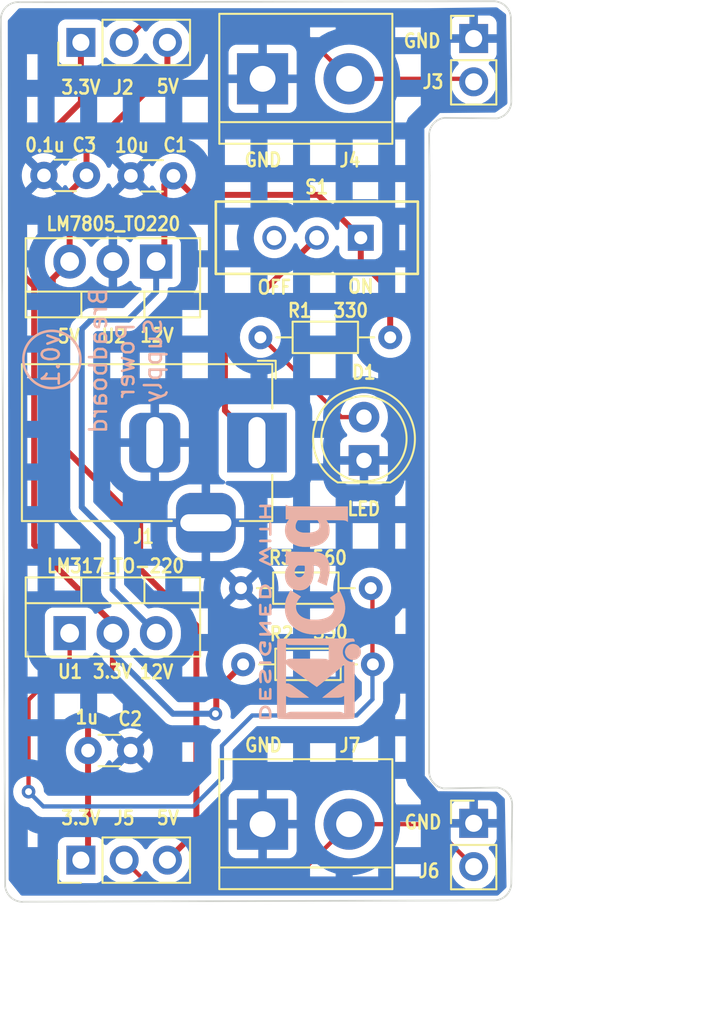
<source format=kicad_pcb>
(kicad_pcb (version 20221018) (generator pcbnew)
  (layers (0 "F.Cu" signal) (31 "B.Cu" signal) (34 "B.Paste" user) (35 "F.Paste" user) (36 "B.SilkS" user "B.Silkscreen") (37 "F.SilkS" user "F.Silkscreen") (38 "B.Mask" user) (39 "F.Mask" user) (44 "Edge.Cuts" user))
  (net 0 "")
  (net 1 "/12V")
  (net 2 "GND")
  (net 3 "/3.3V")
  (net 4 "/5V")
  (net 5 "Net-(D1-A)")
  (net 6 "/PWR_input")
  (net 7 "/PWR_OUT_TOP")
  (net 8 "Net-(U1-ADJ)")
  (net 10 "/PWR_OUT_BOT")
  (footprint "Package_TO_SOT_THT:TO-220-3_Vertical" (layer "F.Cu") (at 105.6386 84.0994 180)
    (fp_text reference "U2" (at 2.4892 -4.3688) (layer "F.SilkS") (effects (font (size 0.8 0.7))))
    (fp_text value "LM7805_TO220" (at 2.5146 2.2098) (layer "F.SilkS") (effects (font (size 0.8 0.7))))
    (pad "1" thru_hole rect (at 0 0 180) (size 1.905 2) (drill 1.1) (layers "*.Cu" "*.Mask") (net 1 "/12V"))
    (pad "2" thru_hole oval (at 2.54 0 180) (size 1.905 2) (drill 1.1) (layers "*.Cu" "*.Mask") (net 2 "GND"))
    (pad "3" thru_hole oval (at 5.08 0 180) (size 1.905 2) (drill 1.1) (layers "*.Cu" "*.Mask") (net 4 "/5V"))
  )
  (footprint "LED_THT:LED_D5.0mm" (layer "F.Cu") (at 117.842 95.763 90)
    (fp_text reference "D1" (at 5.1612 -0.0114 180) (layer "F.SilkS") (effects (font (size 0.8 0.7))))
    (fp_text value "LED" (at -2.8398 -0.0114 180) (layer "F.SilkS") (effects (font (size 0.8 0.7))))
    (pad "1" thru_hole rect (at 0 0 90) (size 1.8 1.8) (drill 0.9) (layers "*.Cu" "*.Mask") (net 2 "GND"))
    (pad "2" thru_hole circle (at 2.54 0 90) (size 1.8 1.8) (drill 0.9) (layers "*.Cu" "*.Mask") (net 5 "Net-(D1-A)"))
  )
  (footprint "Capacitor_THT:C_Disc_D3.0mm_W1.6mm_P2.50mm" (layer "F.Cu") (at 106.6546 79.0702 180)
    (fp_text reference "C1" (at -0.1016 1.8034) (layer "F.SilkS") (effects (font (size 0.8 0.7))))
    (fp_text value "10u" (at 2.4384 1.778) (layer "F.SilkS") (effects (font (size 0.8 0.7))))
    (pad "1" thru_hole circle (at 0 0 180) (size 1.6 1.6) (drill 0.8) (layers "*.Cu" "*.Mask") (net 1 "/12V"))
    (pad "2" thru_hole circle (at 2.5 0 180) (size 1.6 1.6) (drill 0.8) (layers "*.Cu" "*.Mask") (net 2 "GND"))
  )
  (footprint "Connector_PinHeader_2.54mm:PinHeader_1x02_P2.54mm_Vertical" (layer "F.Cu") (at 124.2822 71.0184)
    (fp_text reference "J3" (at -2.3876 2.54) (layer "F.SilkS") (effects (font (size 0.8 0.7))))
    (fp_text value "Conn_01x02_Pin" hide)
    (pad "1" thru_hole rect (at 0 0) (size 1.7 1.7) (drill 1) (layers "*.Cu" "*.Mask") (net 2 "GND"))
    (pad "2" thru_hole oval (at 0 2.54) (size 1.7 1.7) (drill 1) (layers "*.Cu" "*.Mask") (net 7 "/PWR_OUT_TOP"))
  )
  (footprint "Connector_PinHeader_2.54mm:PinHeader_1x03_P2.54mm_Vertical" (layer "F.Cu") (at 101.219 119.2022 90)
    (fp_text reference "J5" (at 2.4638 2.54 180) (layer "F.SilkS") (effects (font (size 0.8 0.7))))
    (fp_text value "Conn_01x03_Pin" hide)
    (pad "1" thru_hole rect (at 0 0 90) (size 1.7 1.7) (drill 1) (layers "*.Cu" "*.Mask") (net 3 "/3.3V"))
    (pad "2" thru_hole oval (at 0 2.54 90) (size 1.7 1.7) (drill 1) (layers "*.Cu" "*.Mask") (net 10 "/PWR_OUT_BOT"))
    (pad "3" thru_hole oval (at 0 5.08 90) (size 1.7 1.7) (drill 1) (layers "*.Cu" "*.Mask") (net 4 "/5V"))
  )
  (footprint "Capacitor_THT:C_Disc_D3.0mm_W1.6mm_P2.50mm" (layer "F.Cu") (at 101.64 112.776)
    (fp_text reference "C2" (at 2.4746 -1.8542 -360) (layer "F.SilkS") (effects (font (size 0.8 0.7))))
    (fp_text value "1u" (at -0.0654 -1.9558) (layer "F.SilkS") (effects (font (size 0.8 0.7))))
    (pad "1" thru_hole circle (at 0 0) (size 1.6 1.6) (drill 0.8) (layers "*.Cu" "*.Mask") (net 3 "/3.3V"))
    (pad "2" thru_hole circle (at 2.5 0) (size 1.6 1.6) (drill 0.8) (layers "*.Cu" "*.Mask") (net 2 "GND"))
  )
  (footprint "TerminalBlock:TerminalBlock_bornier-2_P5.08mm" (layer "F.Cu") (at 111.887 73.3806)
    (fp_text reference "J4" (at 5.1308 4.7752) (layer "F.SilkS") (effects (font (size 0.8 0.7))))
    (fp_text value "Screw_Terminal_01x02" hide)
    (pad "1" thru_hole rect (at 0 0) (size 3 3) (drill 1.52) (layers "*.Cu" "*.Mask") (net 2 "GND"))
    (pad "2" thru_hole circle (at 5.08 0) (size 3 3) (drill 1.52) (layers "*.Cu" "*.Mask") (net 7 "/PWR_OUT_TOP"))
  )
  (footprint "Connector_PinHeader_2.54mm:PinHeader_1x02_P2.54mm_Vertical" (layer "F.Cu") (at 124.2822 117.0432)
    (fp_text reference "J6" (at -2.6162 2.794) (layer "F.SilkS") (effects (font (size 0.8 0.7))))
    (fp_text value "Conn_01x02_Pin" hide)
    (pad "1" thru_hole rect (at 0 0) (size 1.7 1.7) (drill 1) (layers "*.Cu" "*.Mask") (net 2 "GND"))
    (pad "2" thru_hole oval (at 0 2.54) (size 1.7 1.7) (drill 1) (layers "*.Cu" "*.Mask") (net 10 "/PWR_OUT_BOT"))
  )
  (footprint "Connector_BarrelJack:BarrelJack_Horizontal" (layer "F.Cu") (at 111.5568 94.7166)
    (fp_text reference "J1" (at -6.6548 5.5118 -360) (layer "F.SilkS") (effects (font (size 0.8 0.7))))
    (fp_text value "Barrel_Jack_Switch" hide)
    (pad "1" thru_hole rect (at 0 0) (size 3.5 3.5) (drill oval 1 3) (layers "*.Cu" "*.Mask") (net 6 "/PWR_input"))
    (pad "2" thru_hole roundrect (at -6 0) (size 3 3.5) (drill oval 1 3) (layers "*.Cu" "*.Mask") (net 2 "GND"))
    (pad "3" thru_hole roundrect (at -3 4.7) (size 3.5 3.5) (drill oval 3 1) (layers "*.Cu" "*.Mask") (net 2 "GND"))
  )
  (footprint "EG1218:SW_1218_EWI" (layer "F.Cu") (at 112.5728 82.7024 90)
    (fp_text reference "S1" (at 2.9718 2.4892 unlocked) (layer "F.SilkS") (effects (font (size 0.8 0.7))))
    (fp_text value "EG1218" hide)
    (pad "1" thru_hole rect (at 0 5.08 90) (size 1.524 1.524) (drill 0.762) (layers "*.Cu" "*.Mask") (net 1 "/12V"))
    (pad "2" thru_hole circle (at 0 2.5 90) (size 1.397 1.397) (drill 0.889) (layers "*.Cu" "*.Mask") (net 6 "/PWR_input"))
    (pad "3" thru_hole circle (at 0 0 90) (size 1.397 1.397) (drill 0.889) (layers "*.Cu" "*.Mask"))
  )
  (footprint "Resistor_THT:R_Axial_DIN0204_L3.6mm_D1.6mm_P7.62mm_Horizontal" (layer "F.Cu") (at 118.364 107.7214 180)
    (fp_text reference "R2" (at 5.3594 1.778) (layer "F.SilkS") (effects (font (size 0.8 0.7))))
    (fp_text value "330" (at 2.4892 1.8796) (layer "F.SilkS") (effects (font (size 0.8 0.7))))
    (pad "1" thru_hole circle (at 0 0 180) (size 1.4 1.4) (drill 0.7) (layers "*.Cu" "*.Mask") (net 8 "Net-(U1-ADJ)"))
    (pad "2" thru_hole oval (at 7.62 0 180) (size 1.4 1.4) (drill 0.7) (layers "*.Cu" "*.Mask") (net 3 "/3.3V"))
  )
  (footprint "Package_TO_SOT_THT:TO-220-3_Vertical" (layer "F.Cu") (at 100.5586 105.8926)
    (fp_text reference "U1" (at 0.0254 2.2554 -360) (layer "F.SilkS") (effects (font (size 0.8 0.7))))
    (fp_text value "LM317_TO-220" (at 2.6924 -3.9422) (layer "F.SilkS") (effects (font (size 0.8 0.7))))
    (pad "1" thru_hole rect (at 0 0) (size 1.905 2) (drill 1.1) (layers "*.Cu" "*.Mask") (net 8 "Net-(U1-ADJ)"))
    (pad "2" thru_hole oval (at 2.54 0) (size 1.905 2) (drill 1.1) (layers "*.Cu" "*.Mask") (net 3 "/3.3V"))
    (pad "3" thru_hole oval (at 5.08 0) (size 1.905 2) (drill 1.1) (layers "*.Cu" "*.Mask") (net 1 "/12V"))
  )
  (footprint "Resistor_THT:R_Axial_DIN0204_L3.6mm_D1.6mm_P7.62mm_Horizontal" (layer "F.Cu") (at 111.76 88.5444)
    (fp_text reference "R1" (at 2.3114 -1.5748 -360) (layer "F.SilkS") (effects (font (size 0.8 0.7))))
    (fp_text value "330" (at 5.3086 -1.5748 -360) (layer "F.SilkS") (effects (font (size 0.8 0.7))))
    (pad "1" thru_hole circle (at 0 0) (size 1.4 1.4) (drill 0.7) (layers "*.Cu" "*.Mask") (net 5 "Net-(D1-A)"))
    (pad "2" thru_hole oval (at 7.62 0) (size 1.4 1.4) (drill 0.7) (layers "*.Cu" "*.Mask") (net 1 "/12V"))
  )
  (footprint "Resistor_THT:R_Axial_DIN0204_L3.6mm_D1.6mm_P7.62mm_Horizontal" (layer "F.Cu") (at 110.617 103.251)
    (fp_text reference "R3" (at 2.3368 -1.778 -360) (layer "F.SilkS") (effects (font (size 0.8 0.7))))
    (fp_text value "560" (at 5.207 -1.778 -360) (layer "F.SilkS") (effects (font (size 0.8 0.7))))
    (pad "1" thru_hole circle (at 0 0) (size 1.4 1.4) (drill 0.7) (layers "*.Cu" "*.Mask") (net 2 "GND"))
    (pad "2" thru_hole oval (at 7.62 0) (size 1.4 1.4) (drill 0.7) (layers "*.Cu" "*.Mask") (net 8 "Net-(U1-ADJ)"))
  )
  (footprint "TerminalBlock:TerminalBlock_bornier-2_P5.08mm" (layer "F.Cu") (at 111.887 117.094)
    (fp_text reference "J7" (at 5.1308 -4.6228 -360) (layer "F.SilkS") (effects (font (size 0.8 0.7))))
    (fp_text value "Screw_Terminal_01x02" hide)
    (pad "1" thru_hole rect (at 0 0) (size 3 3) (drill 1.52) (layers "*.Cu" "*.Mask") (net 2 "GND"))
    (pad "2" thru_hole circle (at 5.08 0) (size 3 3) (drill 1.52) (layers "*.Cu" "*.Mask") (net 10 "/PWR_OUT_BOT"))
  )
  (footprint "Connector_PinHeader_2.54mm:PinHeader_1x03_P2.54mm_Vertical" (layer "F.Cu") (at 101.219 71.247 90)
    (fp_text reference "J2" (at -2.6416 2.4892 180) (layer "F.SilkS") (effects (font (size 0.8 0.7))))
    (fp_text value "Conn_01x03_Pin" hide)
    (pad "1" thru_hole rect (at 0 0 90) (size 1.7 1.7) (drill 1) (layers "*.Cu" "*.Mask") (net 3 "/3.3V"))
    (pad "2" thru_hole oval (at 0 2.54 90) (size 1.7 1.7) (drill 1) (layers "*.Cu" "*.Mask") (net 7 "/PWR_OUT_TOP"))
    (pad "3" thru_hole oval (at 0 5.08 90) (size 1.7 1.7) (drill 1) (layers "*.Cu" "*.Mask") (net 4 "/5V"))
  )
  (footprint "Capacitor_THT:C_Disc_D3.0mm_W1.6mm_P2.50mm" (layer "F.Cu") (at 101.5492 79.0448 180)
    (fp_text reference "C3" (at 0.127 1.778) (layer "F.SilkS") (effects (font (size 0.8 0.7))))
    (fp_text value "0.1u" (at 2.4384 1.778) (layer "F.SilkS") (effects (font (size 0.8 0.7))))
    (pad "1" thru_hole circle (at 0 0 180) (size 1.6 1.6) (drill 0.8) (layers "*.Cu" "*.Mask") (net 4 "/5V"))
    (pad "2" thru_hole circle (at 2.5 0 180) (size 1.6 1.6) (drill 0.8) (layers "*.Cu" "*.Mask") (net 2 "GND"))
  )
  (footprint "Symbol:KiCad-Logo2_5mm_SilkScreen" (layer "B.Cu") (at 114.681 104.648 90)
    (fp_text reference "REF**" hide)
    (fp_text value "KiCad-Logo2_5mm_SilkScreen" hide)
  )
  (gr_circle (center 99.5172 89.8398) (end 98.552 88.4682) (stroke (width 0.15)) (fill none) (layer "B.SilkS"))
  (gr_line (start 125.476 68.834) (end 97.637127 68.889527) (stroke (width 0.1)) (layer "Edge.Cuts"))
  (gr_line (start 96.52 69.9262) (end 96.774 120.7516) (stroke (width 0.1)) (layer "Edge.Cuts"))
  (gr_arc (start 126.492 74.6506) (mid 126.271406 75.335565) (end 125.652786 75.70319) (stroke (width 0.1)) (layer "Edge.Cuts"))
  (gr_arc (start 126.492 120.5484) (mid 126.19442 121.26682) (end 125.476 121.5644) (stroke (width 0.1)) (layer "Edge.Cuts"))
  (gr_line (start 121.666 114.0206) (end 121.666 102.3874) (stroke (width 0.1)) (layer "Edge.Cuts"))
  (gr_line (start 126.492 120.5484) (end 126.5428 115.9764) (stroke (width 0.1)) (layer "Edge.Cuts"))
  (gr_arc (start 125.476 68.834) (mid 126.155673 69.118034) (end 126.464938 69.786604) (stroke (width 0.1)) (layer "Edge.Cuts"))
  (gr_line (start 122.566601 75.672856) (end 125.652786 75.70319) (stroke (width 0.1)) (layer "Edge.Cuts"))
  (gr_line (start 125.681338 114.946501) (end 122.521432 114.998753) (stroke (width 0.1)) (layer "Edge.Cuts"))
  (gr_arc (start 121.666 76.708) (mid 121.915256 76.015514) (end 122.566601 75.672856) (stroke (width 0.1)) (layer "Edge.Cuts"))
  (gr_line (start 121.666 102.3874) (end 121.6914 79.0448) (stroke (width 0.1)) (layer "Edge.Cuts"))
  (gr_arc (start 125.681338 114.946501) (mid 126.306359 115.298936) (end 126.5428 115.9764) (stroke (width 0.1)) (layer "Edge.Cuts"))
  (gr_line (start 126.492 74.6506) (end 126.464938 69.786604) (stroke (width 0.1)) (layer "Edge.Cuts"))
  (gr_arc (start 97.81559 121.648186) (mid 97.122022 121.400608) (end 96.774001 120.7516) (stroke (width 0.1)) (layer "Edge.Cuts"))
  (gr_line (start 121.6914 79.0448) (end 121.666 76.708) (stroke (width 0.1)) (layer "Edge.Cuts"))
  (gr_line (start 97.815392 121.640283) (end 125.476 121.5644) (stroke (width 0.1)) (layer "Edge.Cuts"))
  (gr_arc (start 96.52 69.9262) (mid 96.844682 69.15583) (end 97.637127 68.889527) (stroke (width 0.1)) (layer "Edge.Cuts"))
  (gr_arc (start 122.521432 114.998753) (mid 121.916968 114.664249) (end 121.666 114.0206) (stroke (width 0.1)) (layer "Edge.Cuts"))
  (gr_text "Breadboard\nPower\nSupply" (at 106.045 89.916 90) (layer "B.SilkS") (effects (font (size 1 1)) (justify bottom mirror)))
  (gr_text "v0.1" (at 100.0506 89.8652 90) (layer "B.SilkS") (effects (font (size 1 1)) (justify bottom mirror)))
  (gr_text "GND" (at 120.0912 71.628) (layer "F.SilkS") (effects (font (size 0.8 0.7)) (justify left bottom)))
  (gr_text "GND" (at 120.142 117.4496) (layer "F.SilkS") (effects (font (size 0.8 0.7)) (justify left bottom)))
  (gr_text "ON" (at 117.6528 86.0298) (layer "F.SilkS") (effects (font (size 0.8 0.7)) (justify bottom)))
  (gr_text "GND" (at 111.9124 78.613) (layer "F.SilkS") (effects (font (size 0.8 0.7)) (justify bottom)))
  (gr_text "12V" (at 105.664 108.6358) (layer "F.SilkS") (effects (font (size 0.8 0.7)) (justify bottom)))
  (gr_text "5V" (at 106.3244 74.295) (layer "F.SilkS") (effects (font (size 0.8 0.7)) (justify bottom)))
  (gr_text "5V" (at 100.5078 88.9508) (layer "F.SilkS") (effects (font (size 0.8 0.7)) (justify bottom)))
  (gr_text "3.3V" (at 101.219 117.1956) (layer "F.SilkS") (effects (font (size 0.8 0.7)) (justify bottom)))
  (gr_text "3.3V" (at 103.0732 108.6104) (layer "F.SilkS") (effects (font (size 0.8 0.7)) (justify bottom)))
  (gr_text "GND" (at 111.9378 112.9284) (layer "F.SilkS") (effects (font (size 0.8 0.7)) (justify bottom)))
  (gr_text "3.3V" (at 101.219 74.3458) (layer "F.SilkS") (effects (font (size 0.8 0.7)) (justify bottom)))
  (gr_text "12V" (at 105.6894 88.9) (layer "F.SilkS") (effects (font (size 0.8 0.7)) (justify bottom)))
  (gr_text "OFF" (at 112.5728 86.0806) (layer "F.SilkS") (effects (font (size 0.8 0.7)) (justify bottom)))
  (gr_text "5V" (at 106.3244 117.1956) (layer "F.SilkS") (effects (font (size 0.8 0.7)) (justify bottom)))
  (segment (start 106.1212 79.6036) (end 106.1212 83.6168) (width 0.35) (layer "F.Cu") (net 1))
  (segment (start 106.6546 79.0702) (end 106.1212 79.6036) (width 0.35) (layer "F.Cu") (net 1))
  (segment (start 119.38 85.8012) (end 119.38 88.5444) (width 0.35) (layer "F.Cu") (net 1))
  (segment (start 106.1212 83.6168) (end 105.6386 84.0994) (width 0.35) (layer "F.Cu") (net 1))
  (segment (start 107.7722 80.1878) (end 115.1382 80.1878) (width 0.35) (layer "F.Cu") (net 1))
  (segment (start 115.1382 80.1878) (end 117.6528 82.7024) (width 0.35) (layer "F.Cu") (net 1))
  (segment (start 117.6528 82.7024) (end 117.6528 84.074) (width 0.35) (layer "F.Cu") (net 1))
  (segment (start 106.6546 79.0702) (end 107.7722 80.1878) (width 0.35) (layer "F.Cu") (net 1))
  (segment (start 117.6528 84.074) (end 119.38 85.8012) (width 0.35) (layer "F.Cu") (net 1))
  (segment (start 101.2698 88.0618) (end 101.8286 87.503) (width 0.35) (layer "B.Cu") (net 1))
  (segment (start 103.0786 100.31) (end 101.2698 98.5012) (width 0.35) (layer "B.Cu") (net 1))
  (segment (start 101.2698 98.5012) (end 101.2698 88.0618) (width 0.35) (layer "B.Cu") (net 1))
  (segment (start 103.0786 103.3326) (end 103.0786 100.31) (width 0.35) (layer "B.Cu") (net 1))
  (segment (start 101.8286 87.503) (end 104.013 87.503) (width 0.35) (layer "B.Cu") (net 1))
  (segment (start 104.013 87.503) (end 105.6386 85.8774) (width 0.35) (layer "B.Cu") (net 1))
  (segment (start 105.6386 85.8774) (end 105.6386 84.0994) (width 0.35) (layer "B.Cu") (net 1))
  (segment (start 105.6386 105.8926) (end 103.0786 103.3326) (width 0.35) (layer "B.Cu") (net 1))
  (segment (start 101.64 112.776) (end 101.64 118.7812) (width 0.35) (layer "F.Cu") (net 3))
  (segment (start 98.4758 100.711) (end 103.0986 105.3338) (width 0.35) (layer "F.Cu") (net 3))
  (segment (start 101.219 74.7522) (end 97.3582 78.613) (width 0.35) (layer "F.Cu") (net 3))
  (segment (start 98.4758 85.5472) (end 98.4758 100.711) (width 0.35) (layer "F.Cu") (net 3))
  (segment (start 97.3582 78.613) (end 97.3582 84.4296) (width 0.35) (layer "F.Cu") (net 3))
  (segment (start 110.7186 107.7214) (end 109.1692 109.2708) (width 0.35) (layer "F.Cu") (net 3))
  (segment (start 109.1692 109.2708) (end 109.1692 110.5662) (width 0.35) (layer "F.Cu") (net 3))
  (segment (start 103.0986 107.9246) (end 101.5492 109.474) (width 0.35) (layer "F.Cu") (net 3))
  (segment (start 97.3582 84.4296) (end 98.4758 85.5472) (width 0.35) (layer "F.Cu") (net 3))
  (segment (start 103.0986 105.3338) (end 103.0986 105.8926) (width 0.35) (layer "F.Cu") (net 3))
  (segment (start 103.0986 105.8926) (end 103.0986 107.9246) (width 0.35) (layer "F.Cu") (net 3))
  (segment (start 101.64 118.7812) (end 101.219 119.2022) (width 0.35) (layer "F.Cu") (net 3))
  (segment (start 101.64 109.5648) (end 101.64 112.776) (width 0.35) (layer "F.Cu") (net 3))
  (segment (start 101.5492 109.474) (end 101.64 109.5648) (width 0.35) (layer "F.Cu") (net 3))
  (segment (start 101.219 71.247) (end 101.219 74.7522) (width 0.35) (layer "F.Cu") (net 3))
  (segment (start 109.1692 110.5662) (end 109.1184 110.617) (width 0.35) (layer "F.Cu") (net 3))
  (via (at 109.1184 110.617) (size 0.8) (drill 0.4) (layers "F.Cu" "B.Cu") (net 3))
  (segment (start 109.1184 110.617) (end 106.624 110.617) (width 0.35) (layer "B.Cu") (net 3))
  (segment (start 106.624 110.617) (end 103.0986 107.0916) (width 0.35) (layer "B.Cu") (net 3))
  (segment (start 103.0986 107.0916) (end 103.0986 105.8926) (width 0.35) (layer "B.Cu") (net 3))
  (segment (start 99.568 85.09) (end 99.568 94.366278) (width 0.35) (layer "F.Cu") (net 4))
  (segment (start 100.5586 80.0354) (end 101.5492 79.0448) (width 0.35) (layer "F.Cu") (net 4))
  (segment (start 100.5586 84.0994) (end 99.568 85.09) (width 0.35) (layer "F.Cu") (net 4))
  (segment (start 108.0008 117.5004) (end 106.299 119.2022) (width 0.35) (layer "F.Cu") (net 4))
  (segment (start 101.5492 77.6478) (end 101.5492 79.0448) (width 0.35) (layer "F.Cu") (net 4))
  (segment (start 100.5586 84.0994) (end 100.5586 80.0354) (width 0.35) (layer "F.Cu") (net 4))
  (segment (start 104.6988 99.497078) (end 104.6988 102.1334) (width 0.35) (layer "F.Cu") (net 4))
  (segment (start 108.0008 105.4354) (end 108.0008 117.5004) (width 0.35) (layer "F.Cu") (net 4))
  (segment (start 104.6988 102.1334) (end 108.0008 105.4354) (width 0.35) (layer "F.Cu") (net 4))
  (segment (start 99.568 94.366278) (end 104.6988 99.497078) (width 0.35) (layer "F.Cu") (net 4))
  (segment (start 106.299 71.247) (end 106.299 72.898) (width 0.35) (layer "F.Cu") (net 4))
  (segment (start 106.299 72.898) (end 101.5492 77.6478) (width 0.35) (layer "F.Cu") (net 4))
  (segment (start 111.76 88.5444) (end 111.8362 88.5444) (width 0.25) (layer "F.Cu") (net 5))
  (segment (start 111.8362 88.5444) (end 116.5148 93.223) (width 0.25) (layer "F.Cu") (net 5))
  (segment (start 116.5148 93.223) (end 117.842 93.223) (width 0.25) (layer "F.Cu") (net 5))
  (segment (start 115.0728 82.7024) (end 109.6772 88.098) (width 0.35) (layer "F.Cu") (net 6))
  (segment (start 109.6772 92.837) (end 111.5568 94.7166) (width 0.35) (layer "F.Cu") (net 6))
  (segment (start 109.6772 88.098) (end 109.6772 92.837) (width 0.35) (layer "F.Cu") (net 6))
  (segment (start 116.967 73.3806) (end 124.1044 73.3806) (width 0.25) (layer "F.Cu") (net 7))
  (segment (start 124.1044 73.3806) (end 124.2822 73.5584) (width 0.25) (layer "F.Cu") (net 7))
  (segment (start 103.759 71.247) (end 105.41 69.596) (width 0.25) (layer "F.Cu") (net 7))
  (segment (start 105.41 69.596) (end 113.1824 69.596) (width 0.25) (layer "F.Cu") (net 7))
  (segment (start 113.1824 69.596) (end 116.967 73.3806) (width 0.25) (layer "F.Cu") (net 7))
  (segment (start 118.1354 103.2002) (end 118.3386 103.4034) (width 0.25) (layer "F.Cu") (net 8))
  (segment (start 98.1456 109.8042) (end 98.1456 115.189) (width 0.25) (layer "F.Cu") (net 8))
  (segment (start 118.3386 103.4034) (end 118.3386 107.7214) (width 0.25) (layer "F.Cu") (net 8))
  (segment (start 100.5586 107.3912) (end 98.1456 109.8042) (width 0.25) (layer "F.Cu") (net 8))
  (segment (start 100.5586 105.8926) (end 100.5586 107.3912) (width 0.25) (layer "F.Cu") (net 8))
  (via (at 98.1456 115.189) (size 0.8) (drill 0.4) (layers "F.Cu" "B.Cu") (net 8))
  (segment (start 111.2774 110.7186) (end 117.3988 110.7186) (width 0.25) (layer "B.Cu") (net 8))
  (segment (start 118.3386 109.7788) (end 118.3386 107.7214) (width 0.25) (layer "B.Cu") (net 8))
  (segment (start 98.1456 115.189) (end 99.0092 116.0526) (width 0.25) (layer "B.Cu") (net 8))
  (segment (start 117.3988 110.7186) (end 118.3386 109.7788) (width 0.25) (layer "B.Cu") (net 8))
  (segment (start 109.4994 112.4966) (end 111.2774 110.7186) (width 0.25) (layer "B.Cu") (net 8))
  (segment (start 109.4994 114.3762) (end 109.4994 112.4966) (width 0.25) (layer "B.Cu") (net 8))
  (segment (start 99.0092 116.0526) (end 107.823 116.0526) (width 0.25) (layer "B.Cu") (net 8))
  (segment (start 107.823 116.0526) (end 109.4994 114.3762) (width 0.25) (layer "B.Cu") (net 8))
  (segment (start 121.793 117.094) (end 116.967 117.094) (width 0.25) (layer "F.Cu") (net 10))
  (segment (start 103.759 119.2022) (end 105.2322 120.6754) (width 0.25) (layer "F.Cu") (net 10))
  (segment (start 113.3856 120.6754) (end 116.967 117.094) (width 0.25) (layer "F.Cu") (net 10))
  (segment (start 105.2322 120.6754) (end 113.3856 120.6754) (width 0.25) (layer "F.Cu") (net 10))
  (segment (start 124.2822 119.5832) (end 121.793 117.094) (width 0.25) (layer "F.Cu") (net 10))
  (zone (net 2) (net_name "GND") (layer "B.Cu") (connect_pads (clearance 0.5)) (min_thickness 0.25) (fill yes (mode hatch) (thermal_gap 0.5) (thermal_bridge_width 0.5) (hatch_thickness 1) (hatch_gap 1.5) (hatch_orientation 0) (hatch_border_algorithm hatch_thickness) (hatch_min_hole_area 0.3))
    (polygon (pts (xy 121.5898 69.2404) (xy 97.5868 69.2404) (xy 96.9264 69.9516) (xy 96.9772 120.3706) (xy 97.7138 121.285) (xy 125.7046 121.285) (xy 126.2126 120.8024) (xy 126.111 115.5954) (xy 125.6538 115.189) (xy 122.1994 115.1636) (xy 121.412 114.2492) (xy 121.3866 76.3016) (xy 122.301 75.3872) (xy 125.5522 75.3618) (xy 126.2634 74.8538) (xy 126.1872 69.596) (xy 125.6538 69.1896)))
  )
)
</source>
